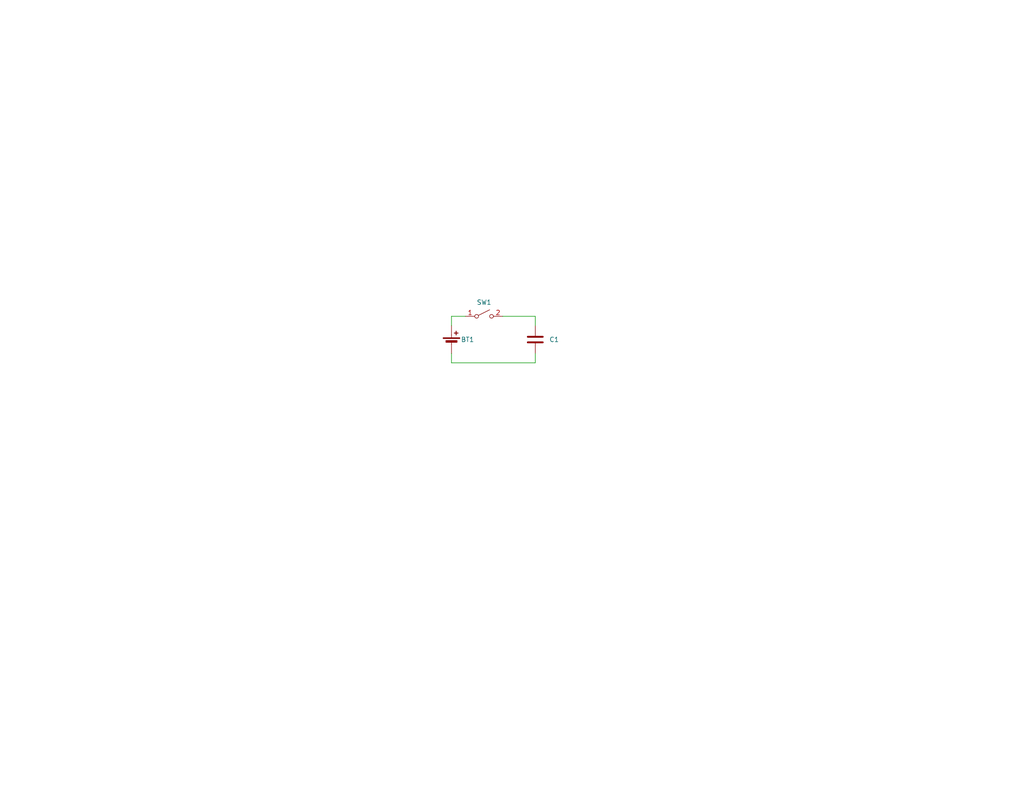
<source format=kicad_sch>
(kicad_sch (version 20230121) (generator eeschema)
  (paper "A")
  (lib_symbols
    (symbol "Device:Battery_Cell" (pin_numbers hide) (pin_names (offset 0) hide)
      (property "Reference" "BT" (at 2.54 2.54 0))
      (property "Value" "Battery_Cell" (at 2.54 0 0))
      (symbol "Battery_Cell_0_1"
        (rectangle (start -2.286 1.778) (end 2.286 1.524) (fill (type outline)))
        (rectangle (start -1.524 1.016) (end 1.524 0.508) (fill (type outline)))
        (polyline (pts (xy 0 0.762) (xy 0 0)))
        (polyline (pts (xy 0 1.778) (xy 0 2.54)))
        (polyline (pts (xy 0.762 3.048) (xy 1.778 3.048)) (stroke (width 0.254)))
        (polyline (pts (xy 1.27 3.556) (xy 1.27 2.54)) (stroke (width 0.254)))
      )
      (symbol "Battery_Cell_1_1"
        (pin passive line (at 0 5.08 270) (length 2.54) (name "+") (number "1"))
        (pin passive line (at 0 -2.54 90) (length 2.54) (name "-") (number "2"))
      )
    )
    (symbol "Device:C" (pin_numbers hide) (pin_names (offset 0.254))
      (property "Reference" "C" (at 0.635 2.54 0))
      (property "Value" "C" (at 0.635 -2.54 0))
      (symbol "C_0_1"
        (polyline (pts (xy -2.032 -0.762) (xy 2.032 -0.762)) (stroke (width 0.508)))
        (polyline (pts (xy -2.032 0.762) (xy 2.032 0.762)) (stroke (width 0.508)))
      )
      (symbol "C_1_1"
        (pin passive line (at 0 3.81 270) (length 2.794) (name "~") (number "1"))
        (pin passive line (at 0 -3.81 90) (length 2.794) (name "~") (number "2"))
      )
    )
    (symbol "Switch:SW_SPST" (pin_names (offset 0) hide)
      (property "Reference" "SW" (at 0 3.175 0))
      (property "Value" "SW_SPST" (at 0 -2.54 0))
      (symbol "SW_SPST_0_0"
        (circle (center -2.032 0) (radius 0.508))
        (polyline (pts (xy -1.524 0.254) (xy 1.524 1.778)))
        (circle (center 2.032 0) (radius 0.508))
      )
      (symbol "SW_SPST_1_1"
        (pin passive line (at -5.08 0 0) (length 2.54) (name "A") (number "1"))
        (pin passive line (at 5.08 0 180) (length 2.54) (name "B") (number "2"))
      )
    )
  )
  (wire (pts (xy 123.19 86.36) (xy 123.19 88.9)))
  (wire (pts (xy 137.16 86.36) (xy 146.05 86.36)))
  (wire (pts (xy 123.19 86.36) (xy 127 86.36)))
  (wire (pts (xy 123.19 99.06) (xy 123.19 96.52)))
  (wire (pts (xy 146.05 96.52) (xy 146.05 99.06)))
  (wire (pts (xy 146.05 99.06) (xy 123.19 99.06)))
  (wire (pts (xy 146.05 86.36) (xy 146.05 88.9)))
  (symbol (lib_id "Device:C") (at 146.05 92.71 0) (unit 1)
    (property "Reference" "C1" (at 149.86 92.71 0) (effects (justify left)))
    (property "Value" "C" (effects hide))
  )
  (symbol (lib_id "Switch:SW_SPST") (at 132.08 86.36 0) (unit 1)
    (property "Reference" "SW1" (at 132.08 82.55 0))
    (property "Value" "SW_SPST" (effects hide))
  )
  (symbol (lib_id "Device:Battery_Cell") (at 123.19 93.98 0) (unit 1)
    (property "Reference" "BT1" (at 125.73 92.71 0) (effects (justify left)))
    (property "Value" "V" (effects hide))
  )
)
</source>
